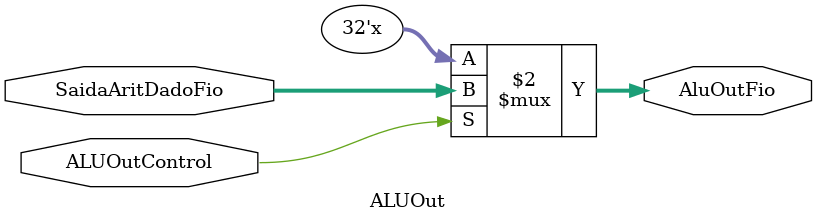
<source format=v>
module ALUOut( input wire [0:0] ALUOutControl, input wire [31:0] SaidaAritDadoFio, output reg [31:0] AluOutFio);
	
	always begin 
	
		case(ALUOutControl)

			1'b1:
			begin
				AluOutFio <= SaidaAritDadoFio;
			end	
		
		endcase

	end
	
endmodule 

</source>
